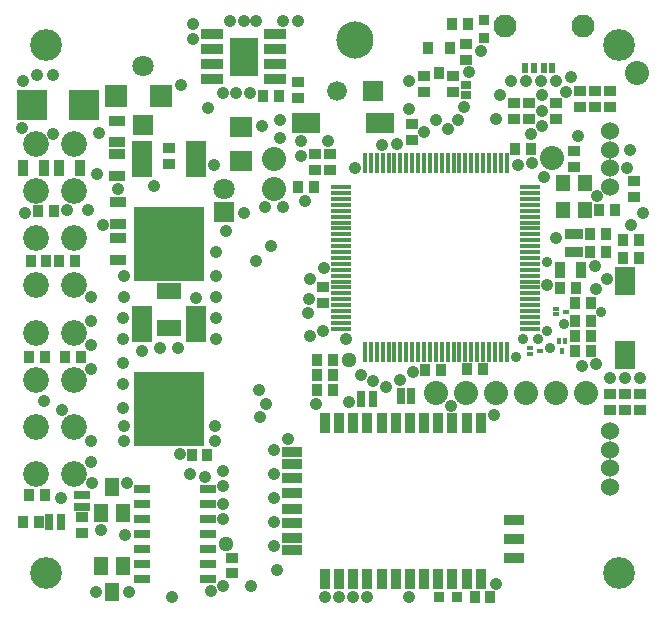
<source format=gts>
G75*
%MOIN*%
%OFA0B0*%
%FSLAX24Y24*%
%IPPOS*%
%LPD*%
%AMOC8*
5,1,8,0,0,1.08239X$1,22.5*
%
%ADD10C,0.1060*%
%ADD11R,0.0651X0.0174*%
%ADD12R,0.0174X0.0651*%
%ADD13R,0.0336X0.0414*%
%ADD14R,0.0414X0.0336*%
%ADD15R,0.0375X0.0532*%
%ADD16R,0.0375X0.0690*%
%ADD17R,0.0690X0.0375*%
%ADD18R,0.0375X0.0375*%
%ADD19R,0.0454X0.0611*%
%ADD20R,0.0690X0.1241*%
%ADD21R,0.2343X0.2501*%
%ADD22R,0.1005X0.1005*%
%ADD23R,0.0532X0.0375*%
%ADD24R,0.0749X0.0769*%
%ADD25R,0.0611X0.0336*%
%ADD26R,0.0473X0.0572*%
%ADD27R,0.0532X0.0296*%
%ADD28R,0.0375X0.0414*%
%ADD29R,0.0710X0.0710*%
%ADD30C,0.0710*%
%ADD31R,0.0310X0.0560*%
%ADD32R,0.0560X0.0310*%
%ADD33R,0.0760X0.0340*%
%ADD34R,0.0966X0.1280*%
%ADD35C,0.1240*%
%ADD36C,0.0660*%
%ADD37R,0.0660X0.0660*%
%ADD38R,0.0690X0.0966*%
%ADD39C,0.0855*%
%ADD40C,0.0600*%
%ADD41R,0.0966X0.0690*%
%ADD42C,0.0800*%
%ADD43C,0.0769*%
%ADD44R,0.0847X0.0532*%
%ADD45R,0.0217X0.0336*%
%ADD46R,0.0336X0.0257*%
%ADD47R,0.0770X0.0690*%
%ADD48R,0.0194X0.0162*%
%ADD49R,0.0162X0.0194*%
%ADD50C,0.0420*%
%ADD51C,0.0360*%
%ADD52C,0.0510*%
D10*
X023700Y022450D03*
X042800Y022450D03*
X042800Y040050D03*
X023700Y040050D03*
D11*
X033550Y035312D03*
X033550Y035115D03*
X033550Y034919D03*
X033550Y034722D03*
X033550Y034525D03*
X033550Y034328D03*
X033550Y034131D03*
X033550Y033934D03*
X033550Y033737D03*
X033550Y033541D03*
X033550Y033344D03*
X033550Y033147D03*
X033550Y032950D03*
X033550Y032753D03*
X033550Y032556D03*
X033550Y032359D03*
X033550Y032163D03*
X033550Y031966D03*
X033550Y031769D03*
X033550Y031572D03*
X033550Y031375D03*
X033550Y031178D03*
X033550Y030981D03*
X033550Y030785D03*
X033550Y030588D03*
X039850Y030588D03*
X039850Y030785D03*
X039850Y030981D03*
X039850Y031178D03*
X039850Y031375D03*
X039850Y031572D03*
X039850Y031769D03*
X039850Y031966D03*
X039850Y032163D03*
X039850Y032359D03*
X039850Y032556D03*
X039850Y032753D03*
X039850Y032950D03*
X039850Y033147D03*
X039850Y033344D03*
X039850Y033541D03*
X039850Y033737D03*
X039850Y033934D03*
X039850Y034131D03*
X039850Y034328D03*
X039850Y034525D03*
X039850Y034722D03*
X039850Y034919D03*
X039850Y035115D03*
X039850Y035312D03*
D12*
X039062Y036100D03*
X038865Y036100D03*
X038669Y036100D03*
X038472Y036100D03*
X038275Y036100D03*
X038078Y036100D03*
X037881Y036100D03*
X037684Y036100D03*
X037487Y036100D03*
X037291Y036100D03*
X037094Y036100D03*
X036897Y036100D03*
X036700Y036100D03*
X036503Y036100D03*
X036306Y036100D03*
X036109Y036100D03*
X035913Y036100D03*
X035716Y036100D03*
X035519Y036100D03*
X035322Y036100D03*
X035125Y036100D03*
X034928Y036100D03*
X034731Y036100D03*
X034535Y036100D03*
X034338Y036100D03*
X034338Y029800D03*
X034535Y029800D03*
X034731Y029800D03*
X034928Y029800D03*
X035125Y029800D03*
X035322Y029800D03*
X035519Y029800D03*
X035716Y029800D03*
X035913Y029800D03*
X036109Y029800D03*
X036306Y029800D03*
X036503Y029800D03*
X036700Y029800D03*
X036897Y029800D03*
X037094Y029800D03*
X037291Y029800D03*
X037487Y029800D03*
X037684Y029800D03*
X037881Y029800D03*
X038078Y029800D03*
X038275Y029800D03*
X038472Y029800D03*
X038669Y029800D03*
X038865Y029800D03*
X039062Y029800D03*
D13*
X038256Y029240D03*
X037744Y029240D03*
X036856Y029220D03*
X036344Y029220D03*
X033256Y029050D03*
X033256Y028550D03*
X032744Y028550D03*
X032744Y029050D03*
X032744Y029550D03*
X033256Y029550D03*
X029076Y026390D03*
X028564Y026390D03*
X024856Y029650D03*
X024344Y029650D03*
X023656Y029650D03*
X023144Y029650D03*
X023194Y032850D03*
X023706Y032850D03*
X024144Y032850D03*
X024656Y032850D03*
X023956Y034530D03*
X023444Y034530D03*
X030944Y038350D03*
X031456Y038350D03*
X032114Y035310D03*
X032626Y035310D03*
X039344Y036590D03*
X039856Y036590D03*
X042144Y034550D03*
X042656Y034550D03*
X042356Y033750D03*
X041844Y033750D03*
X041844Y033150D03*
X042356Y033150D03*
X042944Y032950D03*
X043456Y032950D03*
X043456Y033550D03*
X042944Y033550D03*
X041356Y031950D03*
X041344Y031450D03*
X041856Y031450D03*
X041856Y030850D03*
X041856Y030350D03*
X041856Y029850D03*
X041344Y029850D03*
X041344Y030350D03*
X041344Y030850D03*
X040844Y031950D03*
X037756Y040750D03*
X037244Y040750D03*
X023656Y025050D03*
X023144Y025050D03*
X022944Y024150D03*
X023456Y024150D03*
X038010Y021646D03*
X038522Y021646D03*
D14*
X042500Y027894D03*
X043000Y027894D03*
X043500Y027894D03*
X043500Y028406D03*
X043000Y028406D03*
X042500Y028406D03*
X043300Y034994D03*
X043300Y035506D03*
X041300Y035994D03*
X041300Y036506D03*
X040700Y037594D03*
X040700Y038106D03*
X041500Y037994D03*
X042000Y037994D03*
X042500Y037994D03*
X042500Y038506D03*
X042000Y038506D03*
X041500Y038506D03*
X039800Y038106D03*
X039300Y038106D03*
X039300Y037594D03*
X039800Y037594D03*
X037280Y038494D03*
X037280Y039006D03*
X037700Y039564D03*
X037700Y040076D03*
X036300Y039006D03*
X036300Y038494D03*
X035900Y037406D03*
X035900Y036894D03*
X033160Y036406D03*
X032660Y036406D03*
X032660Y035894D03*
X033160Y035894D03*
X032100Y038294D03*
X032100Y038806D03*
X027800Y036606D03*
X027800Y036094D03*
X032930Y031976D03*
X032930Y031464D03*
X024900Y024306D03*
X024900Y023794D03*
X029900Y022956D03*
X029900Y022444D03*
D15*
X040846Y032550D03*
X041554Y032550D03*
X024854Y035950D03*
X024146Y035950D03*
X023654Y035950D03*
X022946Y035950D03*
D16*
X033002Y027448D03*
X033474Y027448D03*
X033946Y027448D03*
X034419Y027448D03*
X034891Y027448D03*
X035364Y027448D03*
X035836Y027448D03*
X036309Y027448D03*
X036781Y027448D03*
X037254Y027448D03*
X037726Y027448D03*
X038198Y027448D03*
X038198Y022252D03*
X037726Y022252D03*
X037254Y022252D03*
X036781Y022252D03*
X036309Y022252D03*
X035836Y022252D03*
X035364Y022252D03*
X034891Y022252D03*
X034419Y022252D03*
X033946Y022252D03*
X033474Y022252D03*
X033002Y022252D03*
D17*
X031899Y023227D03*
X031899Y023630D03*
X031899Y024102D03*
X031899Y024574D03*
X031899Y025126D03*
X031899Y025598D03*
X031899Y026070D03*
X031899Y026473D03*
X039301Y024220D03*
X039301Y023590D03*
X039301Y022960D03*
D18*
X037395Y021650D03*
X036805Y021650D03*
X038300Y040295D03*
X038300Y040885D03*
D19*
X025910Y025313D03*
X025536Y024447D03*
X026284Y024447D03*
X026274Y022683D03*
X025526Y022683D03*
X025900Y021817D03*
D20*
X026902Y030740D03*
X028698Y030740D03*
X028698Y036240D03*
X026902Y036240D03*
D21*
X027800Y033413D03*
X027800Y027913D03*
D22*
X024966Y038050D03*
X023234Y038050D03*
D23*
X026080Y037524D03*
X026080Y036816D03*
X026080Y036404D03*
X026080Y035696D03*
X026100Y034804D03*
X026100Y034096D03*
X026100Y033604D03*
X026100Y032896D03*
D24*
X026048Y038350D03*
X027552Y038350D03*
D25*
X041300Y033745D03*
X041300Y033155D03*
D26*
X040936Y034557D03*
X041664Y034557D03*
X041664Y035463D03*
X040936Y035463D03*
D27*
X029102Y025250D03*
X029102Y024750D03*
X029102Y024250D03*
X029102Y023750D03*
X029102Y023250D03*
X029102Y022750D03*
X029102Y022250D03*
X026898Y022250D03*
X026898Y022750D03*
X026898Y023250D03*
X026898Y023750D03*
X026898Y024250D03*
X026898Y024750D03*
X026898Y025250D03*
D28*
X036800Y039117D03*
X036426Y039944D03*
X037174Y039944D03*
D29*
X029650Y034476D03*
X026940Y037366D03*
D30*
X026940Y039334D03*
X029650Y035264D03*
D31*
X034200Y028250D03*
X034600Y028250D03*
X035523Y028350D03*
X035877Y028350D03*
X024200Y024150D03*
X023800Y024150D03*
D32*
X024900Y024650D03*
X024900Y025050D03*
D33*
X029252Y038900D03*
X029252Y039400D03*
X029252Y039900D03*
X029252Y040400D03*
X031348Y040400D03*
X031348Y039900D03*
X031348Y039400D03*
X031348Y038900D03*
D34*
X030300Y039650D03*
D35*
X034000Y040200D03*
D36*
X033410Y038500D03*
D37*
X034590Y038500D03*
D38*
X043000Y032190D03*
X043000Y029710D03*
D39*
X024630Y030463D03*
X023370Y030463D03*
X023370Y032037D03*
X024630Y032037D03*
X024630Y033612D03*
X023370Y033612D03*
X023370Y035187D03*
X024630Y035187D03*
X024630Y036762D03*
X023370Y036762D03*
X023370Y028888D03*
X024630Y028888D03*
X024630Y027313D03*
X023370Y027313D03*
X023370Y025738D03*
X024630Y025738D03*
D40*
X042500Y025940D03*
X042500Y025320D03*
X042500Y026560D03*
X042500Y027180D03*
X042500Y035320D03*
X042500Y035940D03*
X042500Y036560D03*
X042500Y037180D03*
D41*
X034840Y037450D03*
X032360Y037450D03*
D42*
X031300Y036250D03*
X031300Y035250D03*
X040565Y036273D03*
X043394Y039101D03*
X041700Y028450D03*
X040700Y028450D03*
X039700Y028450D03*
X038700Y028450D03*
X037700Y028450D03*
X036700Y028450D03*
D43*
X039001Y040680D03*
X041599Y040680D03*
D44*
X027800Y031860D03*
X027800Y030600D03*
D45*
X039682Y039270D03*
X039958Y039270D03*
X040302Y039270D03*
X040578Y039270D03*
D46*
X037720Y038707D03*
X037720Y038393D03*
D47*
X030200Y037310D03*
X030200Y036190D03*
D48*
X039831Y029942D03*
X039831Y029758D03*
X040169Y029850D03*
X040711Y031068D03*
X040711Y031252D03*
X041049Y031160D03*
D49*
X040992Y030179D03*
X040808Y030179D03*
X040900Y029841D03*
D50*
X025370Y021810D03*
X026470Y021810D03*
X027900Y021660D03*
X029210Y021860D03*
X029600Y022030D03*
X030550Y022030D03*
X031410Y022540D03*
X031310Y023340D03*
X031310Y024140D03*
X031310Y024940D03*
X031310Y025740D03*
X031310Y026540D03*
X031760Y026910D03*
X030830Y027640D03*
X031030Y028070D03*
X030800Y028550D03*
X029350Y027350D03*
X029340Y026850D03*
X029620Y025860D03*
X029620Y025360D03*
X029620Y024760D03*
X029620Y024260D03*
X029000Y025650D03*
X028500Y025750D03*
X028160Y026410D03*
X026300Y026850D03*
X026300Y027350D03*
X026260Y027940D03*
X026260Y028740D03*
X026260Y029440D03*
X026900Y029850D03*
X027500Y029950D03*
X028100Y029950D03*
X029380Y030250D03*
X029380Y030950D03*
X029380Y031650D03*
X028700Y031620D03*
X029380Y032350D03*
X029380Y033160D03*
X029690Y033850D03*
X030310Y034440D03*
X030990Y034650D03*
X031590Y034650D03*
X032350Y034850D03*
X031190Y033350D03*
X030690Y032850D03*
X032500Y032250D03*
X032960Y032600D03*
X032460Y031580D03*
X032450Y031120D03*
X032500Y030350D03*
X032950Y030510D03*
X033700Y030240D03*
X034200Y029050D03*
X034600Y028850D03*
X035030Y028650D03*
X035500Y028880D03*
X035930Y029160D03*
X037210Y028030D03*
X038650Y027700D03*
X041560Y029350D03*
X042050Y029400D03*
X042500Y028950D03*
X043000Y028950D03*
X043500Y028950D03*
X042050Y031920D03*
X042400Y032250D03*
X042010Y032680D03*
X040420Y032050D03*
X040690Y033620D03*
X042060Y035000D03*
X043060Y035940D03*
X043160Y036540D03*
X041450Y037000D03*
X040310Y035660D03*
X039890Y036110D03*
X039440Y036060D03*
X039860Y037070D03*
X040240Y037360D03*
X040240Y037860D03*
X040240Y038390D03*
X040200Y038850D03*
X040700Y038850D03*
X041040Y038490D03*
X041200Y038990D03*
X039697Y038850D03*
X039200Y038850D03*
X038830Y038390D03*
X038720Y037580D03*
X037650Y037990D03*
X037440Y037560D03*
X037100Y037250D03*
X036700Y037550D03*
X036320Y037150D03*
X035820Y037930D03*
X035800Y038850D03*
X037800Y039150D03*
X038200Y039850D03*
X035400Y036750D03*
X034920Y036730D03*
X033990Y035960D03*
X033100Y036850D03*
X032190Y036850D03*
X032200Y036350D03*
X031490Y036950D03*
X031490Y037550D03*
X030900Y037350D03*
X030490Y038450D03*
X030050Y038450D03*
X029620Y038450D03*
X029100Y037950D03*
X028210Y038720D03*
X028600Y040250D03*
X028600Y040750D03*
X029850Y040850D03*
X030290Y040850D03*
X030720Y040850D03*
X031600Y040850D03*
X032100Y040850D03*
X029310Y036050D03*
X027290Y035350D03*
X026100Y035250D03*
X025400Y035750D03*
X025100Y034550D03*
X024400Y034550D03*
X025600Y034050D03*
X026300Y032350D03*
X026300Y031650D03*
X026260Y030940D03*
X026260Y030240D03*
X025200Y030050D03*
X025200Y029250D03*
X025200Y030850D03*
X025200Y031650D03*
X023000Y034450D03*
X023950Y037090D03*
X022910Y037270D03*
X022930Y038850D03*
X023420Y039040D03*
X023950Y039040D03*
X025480Y037110D03*
X023630Y028180D03*
X024230Y027880D03*
X025200Y026850D03*
X025200Y026150D03*
X025240Y025450D03*
X024200Y024950D03*
X025540Y023890D03*
X026340Y023730D03*
X026400Y025450D03*
X032720Y028080D03*
X033800Y028140D03*
X038700Y022090D03*
X035800Y021650D03*
X034420Y021650D03*
X033950Y021650D03*
X033470Y021650D03*
X033000Y021650D03*
X043200Y034040D03*
X043600Y034460D03*
D51*
X040420Y032830D03*
X040970Y030750D03*
X040420Y030530D03*
X040100Y030250D03*
X039600Y030250D03*
X039380Y029660D03*
X040520Y029950D03*
X042200Y031150D03*
D52*
X033800Y029550D03*
X029690Y023420D03*
M02*

</source>
